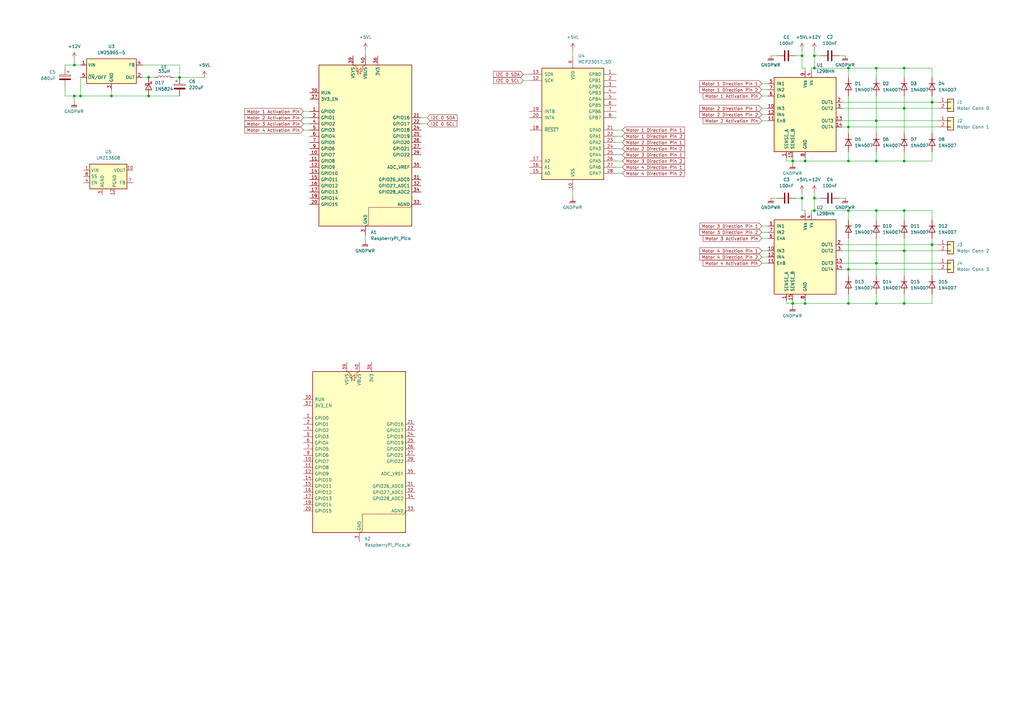
<source format=kicad_sch>
(kicad_sch (version 20250114) (generator "eeschema") (generator_version "9.0")
  (paper "A3")
  (lib_symbols
    (symbol "Connector_Generic:Conn_01x02" (pin_names (offset 1.016) (hide yes))
      (property "Reference" "J" (at 0 2.54 0))
      (property "Value" "Conn_01x02" (at 0 -5.08 0))
      (symbol "Conn_01x02_1_1"
        (rectangle (start -1.27 1.27) (end 1.27 -3.81) (stroke (width 0.254)) (fill (type background)))
        (rectangle (start -1.27 0.127) (end 0 -0.127) (stroke (width 0.1524)))
        (rectangle (start -1.27 -2.413) (end 0 -2.667) (stroke (width 0.1524)))
        (pin passive line (at -5.08 0 0) (length 3.81) (name "Pin_1") (number "1"))
        (pin passive line (at -5.08 -2.54 0) (length 3.81) (name "Pin_2") (number "2"))
      )
    )
    (symbol "Device:C" (pin_numbers (hide yes)) (pin_names (offset 0.254))
      (property "Reference" "C" (at 0.635 2.54 0))
      (property "Value" "C" (at 0.635 -2.54 0))
      (symbol "C_0_1"
        (polyline (pts (xy -2.032 0.762) (xy 2.032 0.762)) (stroke (width 0.508)))
        (polyline (pts (xy -2.032 -0.762) (xy 2.032 -0.762)) (stroke (width 0.508)))
      )
      (symbol "C_1_1"
        (pin passive line (at 0 3.81 270) (length 2.794) (name "~") (number "1"))
        (pin passive line (at 0 -3.81 90) (length 2.794) (name "~") (number "2"))
      )
    )
    (symbol "Device:C_Polarized" (pin_numbers (hide yes)) (pin_names (offset 0.254))
      (property "Reference" "C" (at 0.635 2.54 0))
      (property "Value" "C_Polarized" (at 0.635 -2.54 0))
      (symbol "C_Polarized_0_1"
        (rectangle (start -2.286 0.508) (end 2.286 1.016))
        (polyline (pts (xy -1.778 2.286) (xy -0.762 2.286)))
        (polyline (pts (xy -1.27 2.794) (xy -1.27 1.778)))
        (rectangle (start 2.286 -0.508) (end -2.286 -1.016) (fill (type outline)))
      )
      (symbol "C_Polarized_1_1"
        (pin passive line (at 0 3.81 270) (length 2.794) (name "~") (number "1"))
        (pin passive line (at 0 -3.81 90) (length 2.794) (name "~") (number "2"))
      )
    )
    (symbol "Device:L" (pin_numbers (hide yes)) (pin_names (offset 1.016) (hide yes))
      (property "Reference" "L" (at -1.27 0 90))
      (property "Value" "L" (at 1.905 0 90))
      (symbol "L_0_1"
        (arc (start 0 2.54) (mid 0.6323 1.905) (end 0 1.27))
        (arc (start 0 1.27) (mid 0.6323 0.635) (end 0 0))
        (arc (start 0 0) (mid 0.6323 -0.635) (end 0 -1.27))
        (arc (start 0 -1.27) (mid 0.6323 -1.905) (end 0 -2.54))
      )
      (symbol "L_1_1"
        (pin passive line (at 0 3.81 270) (length 1.27) (name "1") (number "1"))
        (pin passive line (at 0 -3.81 90) (length 1.27) (name "2") (number "2"))
      )
    )
    (symbol "Diode:1N4007" (pin_numbers (hide yes)) (pin_names (hide yes))
      (property "Reference" "D" (at 0 2.54 0))
      (property "Value" "1N4007" (at 0 -2.54 0))
      (symbol "1N4007_0_1"
        (polyline (pts (xy -1.27 1.27) (xy -1.27 -1.27)) (stroke (width 0.254)))
        (polyline (pts (xy 1.27 1.27) (xy 1.27 -1.27) (xy -1.27 0) (xy 1.27 1.27)) (stroke (width 0.254)))
        (polyline (pts (xy 1.27 0) (xy -1.27 0)))
      )
      (symbol "1N4007_1_1"
        (pin passive line (at -3.81 0 0) (length 2.54) (name "K") (number "1"))
        (pin passive line (at 3.81 0 180) (length 2.54) (name "A") (number "2"))
      )
    )
    (symbol "Diode:1N5822" (pin_numbers (hide yes)) (pin_names (offset 1.016) (hide yes))
      (property "Reference" "D" (at 0 2.54 0))
      (property "Value" "1N5822" (at 0 -2.54 0))
      (symbol "1N5822_0_1"
        (polyline (pts (xy -1.905 0.635) (xy -1.905 1.27) (xy -1.27 1.27) (xy -1.27 -1.27) (xy -0.635 -1.27) (xy -0.635 -0.635)) (stroke (width 0.254)))
        (polyline (pts (xy 1.27 1.27) (xy 1.27 -1.27) (xy -1.27 0) (xy 1.27 1.27)) (stroke (width 0.254)))
        (polyline (pts (xy 1.27 0) (xy -1.27 0)))
      )
      (symbol "1N5822_1_1"
        (pin passive line (at -3.81 0 0) (length 2.54) (name "K") (number "1"))
        (pin passive line (at 3.81 0 180) (length 2.54) (name "A") (number "2"))
      )
    )
    (symbol "Driver_Motor:L298HN" (pin_names (offset 1.016))
      (property "Reference" "U" (at -10.16 16.51 0))
      (property "Value" "L298HN" (at 12.7 16.51 0))
      (symbol "L298HN_0_1"
        (rectangle (start -12.7 15.24) (end 12.7 -15.24) (stroke (width 0.254)) (fill (type background)))
      )
      (symbol "L298HN_1_1"
        (pin input line (at -15.24 12.7 0) (length 2.54) (name "IN1") (number "5"))
        (pin input line (at -15.24 10.16 0) (length 2.54) (name "IN2") (number "7"))
        (pin input line (at -15.24 7.62 0) (length 2.54) (name "EnA") (number "6"))
        (pin input line (at -15.24 2.54 0) (length 2.54) (name "IN3") (number "10"))
        (pin input line (at -15.24 0 0) (length 2.54) (name "IN4") (number "12"))
        (pin input line (at -15.24 -2.54 0) (length 2.54) (name "EnB") (number "11"))
        (pin power_in line (at -7.62 -17.78 90) (length 2.54) (name "SENSE_A") (number "1"))
        (pin power_in line (at -5.08 -17.78 90) (length 2.54) (name "SENSE_B") (number "15"))
        (pin power_in line (at 0 17.78 270) (length 2.54) (name "Vss") (number "9"))
        (pin power_in line (at 0 -17.78 90) (length 2.54) (name "GND") (number "8"))
        (pin power_in line (at 2.54 17.78 270) (length 2.54) (name "Vs") (number "4"))
        (pin output line (at 15.24 5.08 180) (length 2.54) (name "OUT1") (number "2"))
        (pin output line (at 15.24 2.54 180) (length 2.54) (name "OUT2") (number "3"))
        (pin output line (at 15.24 -2.54 180) (length 2.54) (name "OUT3") (number "13"))
        (pin output line (at 15.24 -5.08 180) (length 2.54) (name "OUT4") (number "14"))
      )
    )
    (symbol "Interface_Expansion:MCP23017_SO" (pin_names (offset 1.016))
      (property "Reference" "U" (at -11.43 24.13 0))
      (property "Value" "MCP23017_SO" (at 0 0 0))
      (symbol "MCP23017_SO_0_1"
        (rectangle (start -12.7 22.86) (end 12.7 -22.86) (stroke (width 0.254)) (fill (type background)))
      )
      (symbol "MCP23017_SO_1_1"
        (pin bidirectional line (at -17.78 20.32 0) (length 5.08) (name "SDA") (number "13"))
        (pin input line (at -17.78 17.78 0) (length 5.08) (name "SCK") (number "12"))
        (pin tri_state line (at -17.78 5.08 0) (length 5.08) (name "INTB") (number "19"))
        (pin tri_state line (at -17.78 2.54 0) (length 5.08) (name "INTA") (number "20"))
        (pin input line (at -17.78 -2.54 0) (length 5.08) (name "~{RESET}") (number "18"))
        (pin input line (at -17.78 -15.24 0) (length 5.08) (name "A2") (number "17"))
        (pin input line (at -17.78 -17.78 0) (length 5.08) (name "A1") (number "16"))
        (pin input line (at -17.78 -20.32 0) (length 5.08) (name "A0") (number "15"))
        (pin no_connect line (at -12.7 15.24 0) (length 5.08) (hide yes) (name "NC") (number "11"))
        (pin no_connect line (at -12.7 12.7 0) (length 5.08) (hide yes) (name "NC") (number "14"))
        (pin power_in line (at 0 27.94 270) (length 5.08) (name "VDD") (number "9"))
        (pin power_in line (at 0 -27.94 90) (length 5.08) (name "VSS") (number "10"))
        (pin bidirectional line (at 17.78 20.32 180) (length 5.08) (name "GPB0") (number "1"))
        (pin bidirectional line (at 17.78 17.78 180) (length 5.08) (name "GPB1") (number "2"))
        (pin bidirectional line (at 17.78 15.24 180) (length 5.08) (name "GPB2") (number "3"))
        (pin bidirectional line (at 17.78 12.7 180) (length 5.08) (name "GPB3") (number "4"))
        (pin bidirectional line (at 17.78 10.16 180) (length 5.08) (name "GPB4") (number "5"))
        (pin bidirectional line (at 17.78 7.62 180) (length 5.08) (name "GPB5") (number "6"))
        (pin bidirectional line (at 17.78 5.08 180) (length 5.08) (name "GPB6") (number "7"))
        (pin output line (at 17.78 2.54 180) (length 5.08) (name "GPB7") (number "8"))
        (pin bidirectional line (at 17.78 -2.54 180) (length 5.08) (name "GPA0") (number "21"))
        (pin bidirectional line (at 17.78 -5.08 180) (length 5.08) (name "GPA1") (number "22"))
        (pin bidirectional line (at 17.78 -7.62 180) (length 5.08) (name "GPA2") (number "23"))
        (pin bidirectional line (at 17.78 -10.16 180) (length 5.08) (name "GPA3") (number "24"))
        (pin bidirectional line (at 17.78 -12.7 180) (length 5.08) (name "GPA4") (number "25"))
        (pin bidirectional line (at 17.78 -15.24 180) (length 5.08) (name "GPA5") (number "26"))
        (pin bidirectional line (at 17.78 -17.78 180) (length 5.08) (name "GPA6") (number "27"))
        (pin output line (at 17.78 -20.32 180) (length 5.08) (name "GPA7") (number "28"))
      )
    )
    (symbol "MCU_Module:RaspberryPi_Pico" (pin_names (offset 0.762))
      (property "Reference" "A" (at -19.05 35.56 0))
      (property "Value" "RaspberryPi_Pico" (at 7.62 35.56 0))
      (symbol "RaspberryPi_Pico_0_1"
        (rectangle (start -19.05 34.29) (end 19.05 -31.75) (stroke (width 0.254)) (fill (type background)))
        (polyline (pts (xy -5.08 34.29) (xy -3.81 33.655) (xy -3.81 31.75) (xy -3.175 31.75)))
        (polyline (pts (xy -3.429 32.766) (xy -3.429 33.02) (xy -3.175 33.02) (xy -3.175 30.48) (xy -2.921 30.48) (xy -2.921 30.734)))
        (polyline (pts (xy -3.175 31.75) (xy -1.905 33.02) (xy -1.905 30.48) (xy -3.175 31.75)))
        (polyline (pts (xy 0 34.29) (xy -1.27 33.655) (xy -1.27 31.75) (xy -1.905 31.75)))
        (polyline (pts (xy 0 -31.75) (xy 1.27 -31.115) (xy 1.27 -24.13) (xy 18.415 -24.13) (xy 19.05 -22.86)))
      )
      (symbol "RaspberryPi_Pico_1_1"
        (pin passive line (at -22.86 22.86 0) (length 3.81) (name "RUN") (number "30"))
        (pin passive line (at -22.86 20.32 0) (length 3.81) (name "3V3_EN") (number "37"))
        (pin bidirectional line (at -22.86 15.24 0) (length 3.81) (name "GPIO0") (number "1"))
        (pin bidirectional line (at -22.86 12.7 0) (length 3.81) (name "GPIO1") (number "2"))
        (pin bidirectional line (at -22.86 10.16 0) (length 3.81) (name "GPIO2") (number "4"))
        (pin bidirectional line (at -22.86 7.62 0) (length 3.81) (name "GPIO3") (number "5"))
        (pin bidirectional line (at -22.86 5.08 0) (length 3.81) (name "GPIO4") (number "6"))
        (pin bidirectional line (at -22.86 2.54 0) (length 3.81) (name "GPIO5") (number "7"))
        (pin bidirectional line (at -22.86 0 0) (length 3.81) (name "GPIO6") (number "9"))
        (pin bidirectional line (at -22.86 -2.54 0) (length 3.81) (name "GPIO7") (number "10"))
        (pin bidirectional line (at -22.86 -5.08 0) (length 3.81) (name "GPIO8") (number "11"))
        (pin bidirectional line (at -22.86 -7.62 0) (length 3.81) (name "GPIO9") (number "12"))
        (pin bidirectional line (at -22.86 -10.16 0) (length 3.81) (name "GPIO10") (number "14"))
        (pin bidirectional line (at -22.86 -12.7 0) (length 3.81) (name "GPIO11") (number "15"))
        (pin bidirectional line (at -22.86 -15.24 0) (length 3.81) (name "GPIO12") (number "16"))
        (pin bidirectional line (at -22.86 -17.78 0) (length 3.81) (name "GPIO13") (number "17"))
        (pin bidirectional line (at -22.86 -20.32 0) (length 3.81) (name "GPIO14") (number "19"))
        (pin bidirectional line (at -22.86 -22.86 0) (length 3.81) (name "GPIO15") (number "20"))
        (pin power_in line (at -5.08 38.1 270) (length 3.81) (name "VSYS") (number "39"))
        (pin power_out line (at 0 38.1 270) (length 3.81) (name "VBUS") (number "40"))
        (pin passive line (at 0 -35.56 90) (length 3.81) (hide yes) (name "GND") (number "13"))
        (pin passive line (at 0 -35.56 90) (length 3.81) (hide yes) (name "GND") (number "18"))
        (pin passive line (at 0 -35.56 90) (length 3.81) (hide yes) (name "GND") (number "23"))
        (pin passive line (at 0 -35.56 90) (length 3.81) (hide yes) (name "GND") (number "28"))
        (pin power_out line (at 0 -35.56 90) (length 3.81) (name "GND") (number "3"))
        (pin passive line (at 0 -35.56 90) (length 3.81) (hide yes) (name "GND") (number "38"))
        (pin passive line (at 0 -35.56 90) (length 3.81) (hide yes) (name "GND") (number "8"))
        (pin power_out line (at 5.08 38.1 270) (length 3.81) (name "3V3") (number "36"))
        (pin bidirectional line (at 22.86 12.7 180) (length 3.81) (name "GPIO16") (number "21"))
        (pin bidirectional line (at 22.86 10.16 180) (length 3.81) (name "GPIO17") (number "22"))
        (pin bidirectional line (at 22.86 7.62 180) (length 3.81) (name "GPIO18") (number "24"))
        (pin bidirectional line (at 22.86 5.08 180) (length 3.81) (name "GPIO19") (number "25"))
        (pin bidirectional line (at 22.86 2.54 180) (length 3.81) (name "GPIO20") (number "26"))
        (pin bidirectional line (at 22.86 0 180) (length 3.81) (name "GPIO21") (number "27"))
        (pin bidirectional line (at 22.86 -2.54 180) (length 3.81) (name "GPIO22") (number "29"))
        (pin power_in line (at 22.86 -7.62 180) (length 3.81) (name "ADC_VREF") (number "35"))
        (pin bidirectional line (at 22.86 -12.7 180) (length 3.81) (name "GPIO26_ADC0") (number "31"))
        (pin bidirectional line (at 22.86 -15.24 180) (length 3.81) (name "GPIO27_ADC1") (number "32"))
        (pin bidirectional line (at 22.86 -17.78 180) (length 3.81) (name "GPIO28_ADC2") (number "34"))
        (pin power_out line (at 22.86 -22.86 180) (length 3.81) (name "AGND") (number "33"))
      )
    )
    (symbol "MCU_Module:RaspberryPi_Pico_W" (pin_names (offset 0.762))
      (property "Reference" "A" (at -19.05 35.56 0))
      (property "Value" "RaspberryPi_Pico_W" (at 7.62 35.56 0))
      (symbol "RaspberryPi_Pico_W_0_1"
        (rectangle (start -19.05 34.29) (end 19.05 -31.75) (stroke (width 0.254)) (fill (type background)))
        (polyline (pts (xy -5.08 34.29) (xy -3.81 33.655) (xy -3.81 31.75) (xy -3.175 31.75)))
        (polyline (pts (xy -3.429 32.766) (xy -3.429 33.02) (xy -3.175 33.02) (xy -3.175 30.48) (xy -2.921 30.48) (xy -2.921 30.734)))
        (polyline (pts (xy -3.175 31.75) (xy -1.905 33.02) (xy -1.905 30.48) (xy -3.175 31.75)))
        (polyline (pts (xy 0 34.29) (xy -1.27 33.655) (xy -1.27 31.75) (xy -1.905 31.75)))
        (polyline (pts (xy 0 -31.75) (xy 1.27 -31.115) (xy 1.27 -24.13) (xy 18.415 -24.13) (xy 19.05 -22.86)))
      )
      (symbol "RaspberryPi_Pico_W_1_1"
        (pin passive line (at -22.86 22.86 0) (length 3.81) (name "RUN") (number "30"))
        (pin passive line (at -22.86 20.32 0) (length 3.81) (name "3V3_EN") (number "37"))
        (pin bidirectional line (at -22.86 15.24 0) (length 3.81) (name "GPIO0") (number "1"))
        (pin bidirectional line (at -22.86 12.7 0) (length 3.81) (name "GPIO1") (number "2"))
        (pin bidirectional line (at -22.86 10.16 0) (length 3.81) (name "GPIO2") (number "4"))
        (pin bidirectional line (at -22.86 7.62 0) (length 3.81) (name "GPIO3") (number "5"))
        (pin bidirectional line (at -22.86 5.08 0) (length 3.81) (name "GPIO4") (number "6"))
        (pin bidirectional line (at -22.86 2.54 0) (length 3.81) (name "GPIO5") (number "7"))
        (pin bidirectional line (at -22.86 0 0) (length 3.81) (name "GPIO6") (number "9"))
        (pin bidirectional line (at -22.86 -2.54 0) (length 3.81) (name "GPIO7") (number "10"))
        (pin bidirectional line (at -22.86 -5.08 0) (length 3.81) (name "GPIO8") (number "11"))
        (pin bidirectional line (at -22.86 -7.62 0) (length 3.81) (name "GPIO9") (number "12"))
        (pin bidirectional line (at -22.86 -10.16 0) (length 3.81) (name "GPIO10") (number "14"))
        (pin bidirectional line (at -22.86 -12.7 0) (length 3.81) (name "GPIO11") (number "15"))
        (pin bidirectional line (at -22.86 -15.24 0) (length 3.81) (name "GPIO12") (number "16"))
        (pin bidirectional line (at -22.86 -17.78 0) (length 3.81) (name "GPIO13") (number "17"))
        (pin bidirectional line (at -22.86 -20.32 0) (length 3.81) (name "GPIO14") (number "19"))
        (pin bidirectional line (at -22.86 -22.86 0) (length 3.81) (name "GPIO15") (number "20"))
        (pin power_in line (at -5.08 38.1 270) (length 3.81) (name "VSYS") (number "39"))
        (pin power_out line (at 0 38.1 270) (length 3.81) (name "VBUS") (number "40"))
        (pin passive line (at 0 -35.56 90) (length 3.81) (hide yes) (name "GND") (number "13"))
        (pin passive line (at 0 -35.56 90) (length 3.81) (hide yes) (name "GND") (number "18"))
        (pin passive line (at 0 -35.56 90) (length 3.81) (hide yes) (name "GND") (number "23"))
        (pin passive line (at 0 -35.56 90) (length 3.81) (hide yes) (name "GND") (number "28"))
        (pin power_out line (at 0 -35.56 90) (length 3.81) (name "GND") (number "3"))
        (pin passive line (at 0 -35.56 90) (length 3.81) (hide yes) (name "GND") (number "38"))
        (pin passive line (at 0 -35.56 90) (length 3.81) (hide yes) (name "GND") (number "8"))
        (pin power_out line (at 5.08 38.1 270) (length 3.81) (name "3V3") (number "36"))
        (pin bidirectional line (at 22.86 12.7 180) (length 3.81) (name "GPIO16") (number "21"))
        (pin bidirectional line (at 22.86 10.16 180) (length 3.81) (name "GPIO17") (number "22"))
        (pin bidirectional line (at 22.86 7.62 180) (length 3.81) (name "GPIO18") (number "24"))
        (pin bidirectional line (at 22.86 5.08 180) (length 3.81) (name "GPIO19") (number "25"))
        (pin bidirectional line (at 22.86 2.54 180) (length 3.81) (name "GPIO20") (number "26"))
        (pin bidirectional line (at 22.86 0 180) (length 3.81) (name "GPIO21") (number "27"))
        (pin bidirectional line (at 22.86 -2.54 180) (length 3.81) (name "GPIO22") (number "29"))
        (pin power_in line (at 22.86 -7.62 180) (length 3.81) (name "ADC_VREF") (number "35"))
        (pin bidirectional line (at 22.86 -12.7 180) (length 3.81) (name "GPIO26_ADC0") (number "31"))
        (pin bidirectional line (at 22.86 -15.24 180) (length 3.81) (name "GPIO27_ADC1") (number "32"))
        (pin bidirectional line (at 22.86 -17.78 180) (length 3.81) (name "GPIO28_ADC2") (number "34"))
        (pin power_out line (at 22.86 -22.86 180) (length 3.81) (name "AGND") (number "33"))
      )
    )
    (symbol "Regulator_Switching:LM2596S-5"
      (property "Reference" "U" (at -10.16 6.35 0))
      (property "Value" "LM2596S-5" (at 0 6.35 0))
      (symbol "LM2596S-5_0_1"
        (rectangle (start -10.16 5.08) (end 10.16 -5.08) (stroke (width 0.254)) (fill (type background)))
      )
      (symbol "LM2596S-5_1_1"
        (pin power_in line (at -12.7 2.54 0) (length 2.54) (name "VIN") (number "1"))
        (pin input line (at -12.7 -2.54 0) (length 2.54) (name "~{ON}/OFF") (number "5"))
        (pin power_in line (at 0 -7.62 90) (length 2.54) (name "GND") (number "3"))
        (pin input line (at 12.7 2.54 180) (length 2.54) (name "FB") (number "4"))
        (pin output line (at 12.7 -2.54 180) (length 2.54) (name "OUT") (number "2"))
      )
    )
    (symbol "Regulator_Switching:LMZ13608"
      (property "Reference" "U" (at -6.35 6.35 0))
      (property "Value" "LMZ13608" (at 2.54 6.35 0))
      (symbol "LMZ13608_0_1"
        (rectangle (start -7.62 5.08) (end 7.62 -5.08) (stroke (width 0.254)) (fill (type background)))
      )
      (symbol "LMZ13608_1_1"
        (pin power_in line (at -10.16 2.54 0) (length 2.54) (name "VIN") (number "1"))
        (pin passive line (at -10.16 2.54 0) (length 2.54) (hide yes) (name "VIN") (number "2"))
        (pin input line (at -10.16 0 0) (length 2.54) (name "SS") (number "8"))
        (pin input line (at -10.16 -2.54 0) (length 2.54) (name "EN") (number "4"))
        (pin passive line (at -2.54 -7.62 90) (length 2.54) (hide yes) (name "AGND") (number "3"))
        (pin power_in line (at -2.54 -7.62 90) (length 2.54) (name "AGND") (number "5"))
        (pin passive line (at -2.54 -7.62 90) (length 2.54) (hide yes) (name "AGND") (number "6"))
        (pin power_in line (at 2.54 -7.62 90) (length 2.54) (name "PGND") (number "12"))
        (pin no_connect line (at 7.62 0 180) (length 2.54) (hide yes) (name "NC") (number "9"))
        (pin power_out line (at 10.16 2.54 180) (length 2.54) (name "VOUT") (number "10"))
        (pin passive line (at 10.16 2.54 180) (length 2.54) (hide yes) (name "VOUT") (number "11"))
        (pin input line (at 10.16 -2.54 180) (length 2.54) (name "FB") (number "7"))
      )
    )
    (symbol "power:+12V" (power) (pin_numbers (hide yes)) (pin_names (offset 0) (hide yes))
      (property "Value" "+12V" (at 0 3.556 0))
      (symbol "+12V_0_1"
        (polyline (pts (xy -0.762 1.27) (xy 0 2.54)))
        (polyline (pts (xy 0 2.54) (xy 0.762 1.27)))
        (polyline (pts (xy 0 0) (xy 0 2.54)))
      )
      (symbol "+12V_1_1"
        (pin power_in line (at 0 0 90) (length 0) (name "~") (number "1"))
      )
    )
    (symbol "power:+5VL" (power) (pin_numbers (hide yes)) (pin_names (offset 0) (hide yes))
      (property "Value" "+5VL" (at 0 3.556 0))
      (symbol "+5VL_0_1"
        (polyline (pts (xy -0.762 1.27) (xy 0 2.54)))
        (polyline (pts (xy 0 2.54) (xy 0.762 1.27)))
        (polyline (pts (xy 0 0) (xy 0 2.54)))
      )
      (symbol "+5VL_1_1"
        (pin power_in line (at 0 0 90) (length 0) (name "~") (number "1"))
      )
    )
    (symbol "power:+5VP" (power) (pin_numbers (hide yes)) (pin_names (offset 0) (hide yes))
      (property "Value" "+5VP" (at 0 3.556 0))
      (symbol "+5VP_0_1"
        (polyline (pts (xy -0.762 1.27) (xy 0 2.54)))
        (polyline (pts (xy 0 2.54) (xy 0.762 1.27)))
        (polyline (pts (xy 0 0) (xy 0 2.54)))
      )
      (symbol "+5VP_1_1"
        (pin power_in line (at 0 0 90) (length 0) (name "~") (number "1"))
      )
    )
    (symbol "power:GNDPWR" (power) (pin_numbers (hide yes)) (pin_names (offset 0) (hide yes))
      (property "Value" "GNDPWR" (at 0 -3.302 0))
      (symbol "GNDPWR_0_1"
        (polyline (pts (xy -1.016 -1.27) (xy -1.27 -2.032) (xy -1.27 -2.032)) (stroke (width 0.2032)))
        (polyline (pts (xy -0.508 -1.27) (xy -0.762 -2.032) (xy -0.762 -2.032)) (stroke (width 0.2032)))
        (polyline (pts (xy 0 -1.27) (xy 0 0)))
        (polyline (pts (xy 0 -1.27) (xy -0.254 -2.032) (xy -0.254 -2.032)) (stroke (width 0.2032)))
        (polyline (pts (xy 0.508 -1.27) (xy 0.254 -2.032) (xy 0.254 -2.032)) (stroke (width 0.2032)))
        (polyline (pts (xy 1.016 -1.27) (xy -1.016 -1.27) (xy -1.016 -1.27)) (stroke (width 0.2032)))
        (polyline (pts (xy 1.016 -1.27) (xy 0.762 -2.032) (xy 0.762 -2.032) (xy 0.762 -2.032)) (stroke (width 0.2032)))
      )
      (symbol "GNDPWR_1_1"
        (pin power_in line (at 0 0 270) (length 0) (name "~") (number "1"))
      )
    )
  )
  (junction (at 30.48 26.67))
  (junction (at 334.01 86.36))
  (junction (at 33.02 39.37))
  (junction (at 370.84 44.45))
  (junction (at 359.41 27.94))
  (junction (at 370.84 66.04))
  (junction (at 328.93 81.28))
  (junction (at 370.84 124.46))
  (junction (at 73.66 31.75))
  (junction (at 382.27 100.33))
  (junction (at 325.12 66.04))
  (junction (at 359.41 49.53))
  (junction (at 60.96 31.75))
  (junction (at 347.98 27.94))
  (junction (at 330.2 66.04))
  (junction (at 334.01 22.86))
  (junction (at 45.72 39.37))
  (junction (at 347.98 52.07))
  (junction (at 334.01 81.28))
  (junction (at 359.41 124.46))
  (junction (at 347.98 110.49))
  (junction (at 359.41 107.95))
  (junction (at 334.01 27.94))
  (junction (at 347.98 66.04))
  (junction (at 347.98 86.36))
  (junction (at 347.98 124.46))
  (junction (at 370.84 86.36))
  (junction (at 359.41 66.04))
  (junction (at 382.27 41.91))
  (junction (at 325.12 124.46))
  (junction (at 370.84 102.87))
  (junction (at 330.2 124.46))
  (junction (at 370.84 27.94))
  (junction (at 60.96 39.37))
  (junction (at 30.48 39.37))
  (junction (at 328.93 22.86))
  (junction (at 359.41 86.36))
  (wire (pts (xy 347.98 66.04) (xy 359.41 66.04)))
  (wire (pts (xy 359.41 107.95) (xy 359.41 113.03)))
  (wire (pts (xy 370.84 62.23) (xy 370.84 66.04)))
  (wire (pts (xy 326.39 81.28) (xy 328.93 81.28)))
  (wire (pts (xy 332.74 86.36) (xy 334.01 86.36)))
  (wire (pts (xy 214.63 30.48) (xy 217.17 30.48)))
  (wire (pts (xy 312.42 49.53) (xy 314.96 49.53)))
  (wire (pts (xy 359.41 124.46) (xy 370.84 124.46)))
  (wire (pts (xy 255.27 63.5) (xy 252.73 63.5)))
  (wire (pts (xy 312.42 105.41) (xy 314.96 105.41)))
  (wire (pts (xy 316.23 22.86) (xy 318.77 22.86)))
  (wire (pts (xy 370.84 124.46) (xy 382.27 124.46)))
  (wire (pts (xy 370.84 66.04) (xy 382.27 66.04)))
  (wire (pts (xy 26.67 26.67) (xy 26.67 27.94)))
  (wire (pts (xy 359.41 62.23) (xy 359.41 66.04)))
  (wire (pts (xy 149.86 96.52) (xy 149.86 99.06)))
  (wire (pts (xy 325.12 64.77) (xy 325.12 66.04)))
  (wire (pts (xy 328.93 78.74) (xy 328.93 81.28)))
  (wire (pts (xy 345.44 110.49) (xy 347.98 110.49)))
  (wire (pts (xy 124.46 48.26) (xy 127 48.26)))
  (wire (pts (xy 359.41 66.04) (xy 370.84 66.04)))
  (wire (pts (xy 370.84 86.36) (xy 370.84 90.17)))
  (wire (pts (xy 26.67 35.56) (xy 26.67 39.37)))
  (wire (pts (xy 330.2 27.94) (xy 330.2 29.21)))
  (wire (pts (xy 255.27 66.04) (xy 252.73 66.04)))
  (wire (pts (xy 359.41 49.53) (xy 384.81 49.53)))
  (wire (pts (xy 334.01 86.36) (xy 347.98 86.36)))
  (wire (pts (xy 334.01 81.28) (xy 336.55 81.28)))
  (wire (pts (xy 322.58 123.19) (xy 322.58 124.46)))
  (wire (pts (xy 316.23 81.28) (xy 318.77 81.28)))
  (wire (pts (xy 330.2 86.36) (xy 328.93 86.36)))
  (wire (pts (xy 344.17 81.28) (xy 346.71 81.28)))
  (wire (pts (xy 382.27 120.65) (xy 382.27 124.46)))
  (wire (pts (xy 149.86 20.32) (xy 149.86 22.86)))
  (wire (pts (xy 370.84 27.94) (xy 370.84 31.75)))
  (wire (pts (xy 345.44 41.91) (xy 382.27 41.91)))
  (wire (pts (xy 58.42 31.75) (xy 60.96 31.75)))
  (wire (pts (xy 312.42 36.83) (xy 314.96 36.83)))
  (wire (pts (xy 345.44 102.87) (xy 370.84 102.87)))
  (wire (pts (xy 330.2 87.63) (xy 330.2 86.36)))
  (wire (pts (xy 347.98 39.37) (xy 347.98 52.07)))
  (wire (pts (xy 234.95 20.32) (xy 234.95 22.86)))
  (wire (pts (xy 312.42 97.79) (xy 314.96 97.79)))
  (wire (pts (xy 330.2 124.46) (xy 347.98 124.46)))
  (wire (pts (xy 334.01 22.86) (xy 334.01 27.94)))
  (wire (pts (xy 370.84 102.87) (xy 384.81 102.87)))
  (wire (pts (xy 359.41 107.95) (xy 384.81 107.95)))
  (wire (pts (xy 345.44 49.53) (xy 359.41 49.53)))
  (wire (pts (xy 58.42 26.67) (xy 73.66 26.67)))
  (wire (pts (xy 328.93 22.86) (xy 328.93 27.94)))
  (wire (pts (xy 255.27 68.58) (xy 252.73 68.58)))
  (wire (pts (xy 345.44 100.33) (xy 382.27 100.33)))
  (wire (pts (xy 347.98 97.79) (xy 347.98 110.49)))
  (wire (pts (xy 33.02 26.67) (xy 30.48 26.67)))
  (wire (pts (xy 325.12 124.46) (xy 325.12 125.73)))
  (wire (pts (xy 322.58 64.77) (xy 322.58 66.04)))
  (wire (pts (xy 334.01 20.32) (xy 334.01 22.86)))
  (wire (pts (xy 359.41 27.94) (xy 359.41 31.75)))
  (wire (pts (xy 359.41 90.17) (xy 359.41 86.36)))
  (wire (pts (xy 330.2 124.46) (xy 325.12 124.46)))
  (wire (pts (xy 382.27 100.33) (xy 382.27 113.03)))
  (wire (pts (xy 334.01 27.94) (xy 347.98 27.94)))
  (wire (pts (xy 255.27 58.42) (xy 252.73 58.42)))
  (wire (pts (xy 73.66 26.67) (xy 73.66 31.75)))
  (wire (pts (xy 370.84 44.45) (xy 384.81 44.45)))
  (wire (pts (xy 312.42 95.25) (xy 314.96 95.25)))
  (wire (pts (xy 382.27 100.33) (xy 384.81 100.33)))
  (wire (pts (xy 30.48 39.37) (xy 33.02 39.37)))
  (wire (pts (xy 73.66 31.75) (xy 83.82 31.75)))
  (wire (pts (xy 312.42 46.99) (xy 314.96 46.99)))
  (wire (pts (xy 370.84 44.45) (xy 370.84 54.61)))
  (wire (pts (xy 347.98 110.49) (xy 347.98 113.03)))
  (wire (pts (xy 382.27 31.75) (xy 382.27 27.94)))
  (wire (pts (xy 45.72 39.37) (xy 33.02 39.37)))
  (wire (pts (xy 382.27 86.36) (xy 370.84 86.36)))
  (wire (pts (xy 255.27 55.88) (xy 252.73 55.88)))
  (wire (pts (xy 255.27 53.34) (xy 252.73 53.34)))
  (wire (pts (xy 255.27 71.12) (xy 252.73 71.12)))
  (wire (pts (xy 60.96 39.37) (xy 73.66 39.37)))
  (wire (pts (xy 347.98 90.17) (xy 347.98 86.36)))
  (wire (pts (xy 234.95 78.74) (xy 234.95 81.28)))
  (wire (pts (xy 370.84 86.36) (xy 359.41 86.36)))
  (wire (pts (xy 347.98 27.94) (xy 359.41 27.94)))
  (wire (pts (xy 347.98 62.23) (xy 347.98 66.04)))
  (wire (pts (xy 359.41 86.36) (xy 347.98 86.36)))
  (wire (pts (xy 334.01 78.74) (xy 334.01 81.28)))
  (wire (pts (xy 359.41 39.37) (xy 359.41 49.53)))
  (wire (pts (xy 312.42 39.37) (xy 314.96 39.37)))
  (wire (pts (xy 312.42 44.45) (xy 314.96 44.45)))
  (wire (pts (xy 124.46 50.8) (xy 127 50.8)))
  (wire (pts (xy 359.41 120.65) (xy 359.41 124.46)))
  (wire (pts (xy 345.44 52.07) (xy 347.98 52.07)))
  (wire (pts (xy 382.27 97.79) (xy 382.27 100.33)))
  (wire (pts (xy 322.58 66.04) (xy 325.12 66.04)))
  (wire (pts (xy 328.93 27.94) (xy 330.2 27.94)))
  (wire (pts (xy 312.42 107.95) (xy 314.96 107.95)))
  (wire (pts (xy 334.01 81.28) (xy 334.01 86.36)))
  (wire (pts (xy 30.48 39.37) (xy 30.48 41.91)))
  (wire (pts (xy 33.02 31.75) (xy 33.02 39.37)))
  (wire (pts (xy 328.93 20.32) (xy 328.93 22.86)))
  (wire (pts (xy 359.41 27.94) (xy 370.84 27.94)))
  (wire (pts (xy 312.42 92.71) (xy 314.96 92.71)))
  (wire (pts (xy 60.96 31.75) (xy 63.5 31.75)))
  (wire (pts (xy 382.27 41.91) (xy 382.27 54.61)))
  (wire (pts (xy 334.01 27.94) (xy 332.74 27.94)))
  (wire (pts (xy 359.41 97.79) (xy 359.41 107.95)))
  (wire (pts (xy 370.84 97.79) (xy 370.84 102.87)))
  (wire (pts (xy 344.17 22.86) (xy 346.71 22.86)))
  (wire (pts (xy 370.84 120.65) (xy 370.84 124.46)))
  (wire (pts (xy 312.42 102.87) (xy 314.96 102.87)))
  (wire (pts (xy 345.44 44.45) (xy 370.84 44.45)))
  (wire (pts (xy 332.74 27.94) (xy 332.74 29.21)))
  (wire (pts (xy 45.72 39.37) (xy 45.72 36.83)))
  (wire (pts (xy 26.67 39.37) (xy 30.48 39.37)))
  (wire (pts (xy 370.84 102.87) (xy 370.84 113.03)))
  (wire (pts (xy 214.63 33.02) (xy 217.17 33.02)))
  (wire (pts (xy 382.27 90.17) (xy 382.27 86.36)))
  (wire (pts (xy 326.39 22.86) (xy 328.93 22.86)))
  (wire (pts (xy 332.74 87.63) (xy 332.74 86.36)))
  (wire (pts (xy 330.2 64.77) (xy 330.2 66.04)))
  (wire (pts (xy 328.93 81.28) (xy 328.93 86.36)))
  (wire (pts (xy 347.98 110.49) (xy 384.81 110.49)))
  (wire (pts (xy 347.98 52.07) (xy 347.98 54.61)))
  (wire (pts (xy 347.98 52.07) (xy 384.81 52.07)))
  (wire (pts (xy 325.12 66.04) (xy 330.2 66.04)))
  (wire (pts (xy 26.67 26.67) (xy 30.48 26.67)))
  (wire (pts (xy 325.12 66.04) (xy 325.12 67.31)))
  (wire (pts (xy 172.72 48.26) (xy 175.26 48.26)))
  (wire (pts (xy 172.72 50.8) (xy 175.26 50.8)))
  (wire (pts (xy 312.42 34.29) (xy 314.96 34.29)))
  (wire (pts (xy 124.46 53.34) (xy 127 53.34)))
  (wire (pts (xy 325.12 124.46) (xy 325.12 123.19)))
  (wire (pts (xy 382.27 62.23) (xy 382.27 66.04)))
  (wire (pts (xy 347.98 66.04) (xy 330.2 66.04)))
  (wire (pts (xy 382.27 39.37) (xy 382.27 41.91)))
  (wire (pts (xy 345.44 107.95) (xy 359.41 107.95)))
  (wire (pts (xy 382.27 41.91) (xy 384.81 41.91)))
  (wire (pts (xy 124.46 45.72) (xy 127 45.72)))
  (wire (pts (xy 255.27 60.96) (xy 252.73 60.96)))
  (wire (pts (xy 330.2 123.19) (xy 330.2 124.46)))
  (wire (pts (xy 30.48 26.67) (xy 30.48 24.13)))
  (wire (pts (xy 347.98 120.65) (xy 347.98 124.46)))
  (wire (pts (xy 347.98 27.94) (xy 347.98 31.75)))
  (wire (pts (xy 334.01 22.86) (xy 336.55 22.86)))
  (wire (pts (xy 45.72 39.37) (xy 60.96 39.37)))
  (wire (pts (xy 370.84 27.94) (xy 382.27 27.94)))
  (wire (pts (xy 347.98 124.46) (xy 359.41 124.46)))
  (wire (pts (xy 73.66 31.75) (xy 71.12 31.75)))
  (wire (pts (xy 370.84 39.37) (xy 370.84 44.45)))
  (wire (pts (xy 322.58 124.46) (xy 325.12 124.46)))
  (wire (pts (xy 359.41 49.53) (xy 359.41 54.61)))
  (global_label "Motor 4 Activation Pin" (shape input) (at 124.46 53.34 180) (property "Intersheetrefs" "${INTERSHEET_REFS}" (effects (hide yes))))
  (global_label "Motor 3 Activation Pin" (shape input) (at 124.46 50.8 180) (property "Intersheetrefs" "${INTERSHEET_REFS}" (effects (hide yes))))
  (global_label "Motor 1 Direction Pin 2" (shape input) (at 255.27 55.88 0) (property "Intersheetrefs" "${INTERSHEET_REFS}" (effects (hide yes))))
  (global_label "Motor 2 Activation Pin" (shape input) (at 312.42 49.53 180) (property "Intersheetrefs" "${INTERSHEET_REFS}" (effects (hide yes))))
  (global_label "I2C 0 SDA" (shape input) (at 214.63 30.48 180) (property "Intersheetrefs" "${INTERSHEET_REFS}" (effects (hide yes))))
  (global_label "Motor 3 Direction Pin 2" (shape input) (at 255.27 66.04 0) (property "Intersheetrefs" "${INTERSHEET_REFS}" (effects (hide yes))))
  (global_label "Motor 3 Activation Pin" (shape input) (at 312.42 97.79 180) (property "Intersheetrefs" "${INTERSHEET_REFS}" (effects (hide yes))))
  (global_label "Motor 1 Activation Pin" (shape input) (at 312.42 39.37 180) (property "Intersheetrefs" "${INTERSHEET_REFS}" (effects (hide yes))))
  (global_label "I2C 0 SCL" (shape input) (at 175.26 50.8 0) (property "Intersheetrefs" "${INTERSHEET_REFS}" (effects (hide yes))))
  (global_label "Motor 2 Direction Pin 1" (shape input) (at 312.42 44.45 180) (property "Intersheetrefs" "${INTERSHEET_REFS}" (effects (hide yes))))
  (global_label "Motor 3 Direction Pin 2" (shape input) (at 312.42 95.25 180) (property "Intersheetrefs" "${INTERSHEET_REFS}" (effects (hide yes))))
  (global_label "Motor 1 Activation Pin" (shape input) (at 124.46 45.72 180) (property "Intersheetrefs" "${INTERSHEET_REFS}" (effects (hide yes))))
  (global_label "Motor 1 Direction Pin 2" (shape input) (at 312.42 36.83 180) (property "Intersheetrefs" "${INTERSHEET_REFS}" (effects (hide yes))))
  (global_label "Motor 2 Direction Pin 2" (shape input) (at 312.42 46.99 180) (property "Intersheetrefs" "${INTERSHEET_REFS}" (effects (hide yes))))
  (global_label "Motor 4 Direction Pin 2" (shape input) (at 312.42 105.41 180) (property "Intersheetrefs" "${INTERSHEET_REFS}" (effects (hide yes))))
  (global_label "Motor 4 Activation Pin" (shape input) (at 312.42 107.95 180) (property "Intersheetrefs" "${INTERSHEET_REFS}" (effects (hide yes))))
  (global_label "Motor 4 Direction Pin 1" (shape input) (at 312.42 102.87 180) (property "Intersheetrefs" "${INTERSHEET_REFS}" (effects (hide yes))))
  (global_label "I2C 0 SCL" (shape input) (at 214.63 33.02 180) (property "Intersheetrefs" "${INTERSHEET_REFS}" (effects (hide yes))))
  (global_label "I2C 0 SDA" (shape input) (at 175.26 48.26 0) (property "Intersheetrefs" "${INTERSHEET_REFS}" (effects (hide yes))))
  (global_label "Motor 2 Activation Pin" (shape input) (at 124.46 48.26 180) (property "Intersheetrefs" "${INTERSHEET_REFS}" (effects (hide yes))))
  (global_label "Motor 4 Direction Pin 2" (shape input) (at 255.27 71.12 0) (property "Intersheetrefs" "${INTERSHEET_REFS}" (effects (hide yes))))
  (global_label "Motor 1 Direction Pin 1" (shape input) (at 312.42 34.29 180) (property "Intersheetrefs" "${INTERSHEET_REFS}" (effects (hide yes))))
  (global_label "Motor 3 Direction Pin 1" (shape input) (at 255.27 63.5 0) (property "Intersheetrefs" "${INTERSHEET_REFS}" (effects (hide yes))))
  (global_label "Motor 2 Direction Pin 1" (shape input) (at 255.27 58.42 0) (property "Intersheetrefs" "${INTERSHEET_REFS}" (effects (hide yes))))
  (global_label "Motor 2 Direction Pin 2" (shape input) (at 255.27 60.96 0) (property "Intersheetrefs" "${INTERSHEET_REFS}" (effects (hide yes))))
  (global_label "Motor 1 Direction Pin 1" (shape input) (at 255.27 53.34 0) (property "Intersheetrefs" "${INTERSHEET_REFS}" (effects (hide yes))))
  (global_label "Motor 3 Direction Pin 1" (shape input) (at 312.42 92.71 180) (property "Intersheetrefs" "${INTERSHEET_REFS}" (effects (hide yes))))
  (global_label "Motor 4 Direction Pin 1" (shape input) (at 255.27 68.58 0) (property "Intersheetrefs" "${INTERSHEET_REFS}" (effects (hide yes))))
  (symbol (lib_id "power:GNDPWR") (at 30.48 41.91 0) (unit 1)
    (property "Reference" "#PWR014" (effects (hide yes)))
    (property "Value" "GNDPWR" (at 30.353 45.72 0))
    (property "Description" "Power symbol creates a global label with name \"GNDPWR\" , global ground" (effects (hide yes)))
  )
  (symbol (lib_id "Connector_Generic:Conn_01x02") (at 389.89 41.91 0) (unit 1)
    (property "Reference" "J1" (at 392.43 41.9099 0) (effects (justify left)))
    (property "Value" "Motor Conn 0" (at 392.43 44.4499 0) (effects (justify left)))
    (property "Description" "Generic connector, single row, 01x02, script generated (kicad-library-utils/schlib/autogen/connector/)" (effects (hide yes)))
  )
  (symbol (lib_id "Diode:1N4007") (at 347.98 35.56 270) (unit 1)
    (property "Reference" "D1" (at 350.52 34.2899 90) (effects (justify left)))
    (property "Value" "1N4007" (at 350.52 36.8299 90) (effects (justify left)))
    (property "Footprint" "Diode_THT:D_DO-41_SOD81_P10.16mm_Horizontal" (effects (hide yes)))
    (property "Datasheet" "http://www.vishay.com/docs/88503/1n4001.pdf" (effects (hide yes)))
    (property "Description" "1000V 1A General Purpose Rectifier Diode, DO-41" (effects (hide yes)))
    (property "Sim.Device" "D" (effects (hide yes)))
    (property "Sim.Pins" "1=K 2=A" (effects (hide yes)))
  )
  (symbol (lib_id "Driver_Motor:L298HN") (at 330.2 46.99 0) (unit 1)
    (property "Reference" "U1" (at 334.8833 26.67 0) (effects (justify left)))
    (property "Value" "L298HN" (at 334.8833 29.21 0) (effects (justify left)))
    (property "Footprint" "Package_TO_SOT_THT:TO-220-15_P2.54x2.54mm_StaggerOdd_Lead5.84mm_TabDown" (effects (hide yes)))
    (property "Datasheet" "http://www.st.com/st-web-ui/static/active/en/resource/technical/document/datasheet/CD00000240.pdf" (effects (hide yes)))
    (property "Description" "Dual full bridge motor driver, up to 46V, 4A, Multiwatt15-H" (effects (hide yes)))
  )
  (symbol (lib_id "Diode:1N4007") (at 347.98 116.84 270) (unit 1)
    (property "Reference" "D13" (at 350.52 115.5699 90) (effects (justify left)))
    (property "Value" "1N4007" (at 350.52 118.1099 90) (effects (justify left)))
    (property "Footprint" "Diode_THT:D_DO-41_SOD81_P10.16mm_Horizontal" (effects (hide yes)))
    (property "Datasheet" "http://www.vishay.com/docs/88503/1n4001.pdf" (effects (hide yes)))
    (property "Description" "1000V 1A General Purpose Rectifier Diode, DO-41" (effects (hide yes)))
    (property "Sim.Device" "D" (effects (hide yes)))
    (property "Sim.Pins" "1=K 2=A" (effects (hide yes)))
  )
  (symbol (lib_id "power:+12V") (at 334.01 20.32 0) (unit 1)
    (property "Reference" "#PWR04" (effects (hide yes)))
    (property "Value" "+12V" (at 334.01 15.24 0))
    (property "Description" "Power symbol creates a global label with name \"+12V\"" (effects (hide yes)))
  )
  (symbol (lib_id "power:GNDPWR") (at 346.71 81.28 0) (unit 1)
    (property "Reference" "#PWR010" (effects (hide yes)))
    (property "Value" "GNDPWR" (at 346.583 85.09 0))
    (property "Description" "Power symbol creates a global label with name \"GNDPWR\" , global ground" (effects (hide yes)))
  )
  (symbol (lib_id "power:GNDPWR") (at 316.23 22.86 0) (unit 1)
    (property "Reference" "#PWR08" (effects (hide yes)))
    (property "Value" "GNDPWR" (at 316.103 26.67 0))
    (property "Description" "Power symbol creates a global label with name \"GNDPWR\" , global ground" (effects (hide yes)))
  )
  (symbol (lib_id "Connector_Generic:Conn_01x02") (at 389.89 100.33 0) (unit 1)
    (property "Reference" "J3" (at 392.43 100.3299 0) (effects (justify left)))
    (property "Value" "Motor Conn 2" (at 392.43 102.8699 0) (effects (justify left)))
    (property "Description" "Generic connector, single row, 01x02, script generated (kicad-library-utils/schlib/autogen/connector/)" (effects (hide yes)))
  )
  (symbol (lib_id "Diode:1N4007") (at 359.41 58.42 270) (unit 1)
    (property "Reference" "D6" (at 361.95 57.1499 90) (effects (justify left)))
    (property "Value" "1N4007" (at 361.95 59.6899 90) (effects (justify left)))
    (property "Footprint" "Diode_THT:D_DO-41_SOD81_P10.16mm_Horizontal" (effects (hide yes)))
    (property "Datasheet" "http://www.vishay.com/docs/88503/1n4001.pdf" (effects (hide yes)))
    (property "Description" "1000V 1A General Purpose Rectifier Diode, DO-41" (effects (hide yes)))
    (property "Sim.Device" "D" (effects (hide yes)))
    (property "Sim.Pins" "1=K 2=A" (effects (hide yes)))
  )
  (symbol (lib_id "Regulator_Switching:LM2596S-5") (at 45.72 29.21 0) (unit 1)
    (property "Reference" "U3" (at 45.72 19.05 0))
    (property "Value" "LM2596S-5" (at 45.72 21.59 0))
    (property "Footprint" "Package_TO_SOT_SMD:TO-263-5_TabPin3" (effects (hide yes)))
    (property "Datasheet" "http://www.ti.com/lit/ds/symlink/lm2596.pdf" (effects (hide yes)))
    (property "Description" "5V 3A Step-Down Voltage Regulator, TO-263" (effects (hide yes)))
  )
  (symbol (lib_id "Diode:1N4007") (at 382.27 116.84 270) (unit 1)
    (property "Reference" "D16" (at 384.81 115.5699 90) (effects (justify left)))
    (property "Value" "1N4007" (at 384.81 118.1099 90) (effects (justify left)))
    (property "Footprint" "Diode_THT:D_DO-41_SOD81_P10.16mm_Horizontal" (effects (hide yes)))
    (property "Datasheet" "http://www.vishay.com/docs/88503/1n4001.pdf" (effects (hide yes)))
    (property "Description" "1000V 1A General Purpose Rectifier Diode, DO-41" (effects (hide yes)))
    (property "Sim.Device" "D" (effects (hide yes)))
    (property "Sim.Pins" "1=K 2=A" (effects (hide yes)))
  )
  (symbol (lib_id "power:GNDPWR") (at 234.95 81.28 0) (unit 1)
    (property "Reference" "#PWR017" (effects (hide yes)))
    (property "Value" "GNDPWR" (at 234.823 85.09 0))
    (property "Description" "Power symbol creates a global label with name \"GNDPWR\" , global ground" (effects (hide yes)))
  )
  (symbol (lib_id "power:+5VP") (at 83.82 31.75 0) (unit 1)
    (property "Reference" "#PWR011" (effects (hide yes)))
    (property "Value" "+5VL" (at 83.82 26.67 0))
    (property "Description" "Power symbol creates a global label with name \"+5VP\"" (effects (hide yes)))
  )
  (symbol (lib_id "Regulator_Switching:LMZ13608") (at 44.45 72.39 0) (unit 1)
    (property "Reference" "U5" (at 44.45 62.23 0))
    (property "Value" "LMZ13608" (at 44.45 64.77 0))
    (property "Footprint" "Package_TO_SOT_SMD:Texas_NDY0011A" (effects (hide yes)))
    (property "Datasheet" "http://www.ti.com/lit/ds/snvs710i/snvs710i.pdf" (effects (hide yes)))
    (property "Description" "8A Adjustable Step-Down DC/DC Power Module in 15x15mm, Texas NDY0011A" (effects (hide yes)))
  )
  (symbol (lib_id "Diode:1N5822") (at 60.96 35.56 270) (unit 1)
    (property "Reference" "D17" (at 63.5 33.9724 90) (effects (justify left)))
    (property "Value" "1N5824" (at 63.5 36.5124 90) (effects (justify left)))
    (property "Footprint" "Diode_THT:D_DO-201AD_P15.24mm_Horizontal" (effects (hide yes)))
    (property "Datasheet" "http://www.vishay.com/docs/88526/1n5820.pdf" (effects (hide yes)))
    (property "Description" "40V 3A Schottky Barrier Rectifier Diode, DO-201AD" (effects (hide yes)))
  )
  (symbol (lib_id "Device:C_Polarized") (at 26.67 31.75 0) (mirror y) (unit 1)
    (property "Reference" "C5" (at 22.86 29.5909 0) (effects (justify left)))
    (property "Value" "680uF" (at 22.86 32.1309 0) (effects (justify left)))
    (property "Description" "Polarized capacitor" (effects (hide yes)))
  )
  (symbol (lib_id "Device:C_Polarized") (at 73.66 35.56 0) (unit 1)
    (property "Reference" "C6" (at 77.47 33.4009 0) (effects (justify left)))
    (property "Value" "220uF" (at 77.47 35.9409 0) (effects (justify left)))
    (property "Description" "Polarized capacitor" (effects (hide yes)))
  )
  (symbol (lib_id "power:GNDPWR") (at 149.86 99.06 0) (unit 1)
    (property "Reference" "#PWR012" (effects (hide yes)))
    (property "Value" "GNDPWR" (at 149.733 102.87 0))
    (property "Description" "Power symbol creates a global label with name \"GNDPWR\" , global ground" (effects (hide yes)))
  )
  (symbol (lib_id "Diode:1N4007") (at 347.98 93.98 270) (unit 1)
    (property "Reference" "D9" (at 350.52 92.7099 90) (effects (justify left)))
    (property "Value" "1N4007" (at 350.52 95.2499 90) (effects (justify left)))
    (property "Footprint" "Diode_THT:D_DO-41_SOD81_P10.16mm_Horizontal" (effects (hide yes)))
    (property "Datasheet" "http://www.vishay.com/docs/88503/1n4001.pdf" (effects (hide yes)))
    (property "Description" "1000V 1A General Purpose Rectifier Diode, DO-41" (effects (hide yes)))
    (property "Sim.Device" "D" (effects (hide yes)))
    (property "Sim.Pins" "1=K 2=A" (effects (hide yes)))
  )
  (symbol (lib_id "Diode:1N4007") (at 347.98 58.42 270) (unit 1)
    (property "Reference" "D5" (at 350.52 57.1499 90) (effects (justify left)))
    (property "Value" "1N4007" (at 350.52 59.6899 90) (effects (justify left)))
    (property "Footprint" "Diode_THT:D_DO-41_SOD81_P10.16mm_Horizontal" (effects (hide yes)))
    (property "Datasheet" "http://www.vishay.com/docs/88503/1n4001.pdf" (effects (hide yes)))
    (property "Description" "1000V 1A General Purpose Rectifier Diode, DO-41" (effects (hide yes)))
    (property "Sim.Device" "D" (effects (hide yes)))
    (property "Sim.Pins" "1=K 2=A" (effects (hide yes)))
  )
  (symbol (lib_id "Diode:1N4007") (at 359.41 93.98 270) (unit 1)
    (property "Reference" "D10" (at 361.95 92.7099 90) (effects (justify left)))
    (property "Value" "1N4007" (at 361.95 95.2499 90) (effects (justify left)))
    (property "Footprint" "Diode_THT:D_DO-41_SOD81_P10.16mm_Horizontal" (effects (hide yes)))
    (property "Datasheet" "http://www.vishay.com/docs/88503/1n4001.pdf" (effects (hide yes)))
    (property "Description" "1000V 1A General Purpose Rectifier Diode, DO-41" (effects (hide yes)))
    (property "Sim.Device" "D" (effects (hide yes)))
    (property "Sim.Pins" "1=K 2=A" (effects (hide yes)))
  )
  (symbol (lib_id "Diode:1N4007") (at 359.41 35.56 270) (unit 1)
    (property "Reference" "D2" (at 361.95 34.2899 90) (effects (justify left)))
    (property "Value" "1N4007" (at 361.95 36.8299 90) (effects (justify left)))
    (property "Footprint" "Diode_THT:D_DO-41_SOD81_P10.16mm_Horizontal" (effects (hide yes)))
    (property "Datasheet" "http://www.vishay.com/docs/88503/1n4001.pdf" (effects (hide yes)))
    (property "Description" "1000V 1A General Purpose Rectifier Diode, DO-41" (effects (hide yes)))
    (property "Sim.Device" "D" (effects (hide yes)))
    (property "Sim.Pins" "1=K 2=A" (effects (hide yes)))
  )
  (symbol (lib_id "Diode:1N4007") (at 359.41 116.84 270) (unit 1)
    (property "Reference" "D14" (at 361.95 115.5699 90) (effects (justify left)))
    (property "Value" "1N4007" (at 361.95 118.1099 90) (effects (justify left)))
    (property "Footprint" "Diode_THT:D_DO-41_SOD81_P10.16mm_Horizontal" (effects (hide yes)))
    (property "Datasheet" "http://www.vishay.com/docs/88503/1n4001.pdf" (effects (hide yes)))
    (property "Description" "1000V 1A General Purpose Rectifier Diode, DO-41" (effects (hide yes)))
    (property "Sim.Device" "D" (effects (hide yes)))
    (property "Sim.Pins" "1=K 2=A" (effects (hide yes)))
  )
  (symbol (lib_id "Interface_Expansion:MCP23017_SO") (at 234.95 50.8 0) (unit 1)
    (property "Reference" "U4" (at 237.0933 22.86 0) (effects (justify left)))
    (property "Value" "MCP23017_SO" (at 237.0933 25.4 0) (effects (justify left)))
    (property "Footprint" "Package_SO:SOIC-28W_7.5x17.9mm_P1.27mm" (effects (hide yes)))
    (property "Datasheet" "https://ww1.microchip.com/downloads/aemDocuments/documents/APID/ProductDocuments/DataSheets/MCP23017-Data-Sheet-DS20001952.pdf" (effects (hide yes)))
    (property "Description" "16-bit I/O expander, I2C, interrupts, w pull-ups, GPA/B7 output only (https://microchip.my.site.com/s/article/GPA7---GPB7-Cannot-Be-Used-as-Inputs-In-MCP23017),  SOIC-28" (effects (hide yes)))
  )
  (symbol (lib_id "Diode:1N4007") (at 370.84 116.84 270) (unit 1)
    (property "Reference" "D15" (at 373.38 115.5699 90) (effects (justify left)))
    (property "Value" "1N4007" (at 373.38 118.1099 90) (effects (justify left)))
    (property "Footprint" "Diode_THT:D_DO-41_SOD81_P10.16mm_Horizontal" (effects (hide yes)))
    (property "Datasheet" "http://www.vishay.com/docs/88503/1n4001.pdf" (effects (hide yes)))
    (property "Description" "1000V 1A General Purpose Rectifier Diode, DO-41" (effects (hide yes)))
    (property "Sim.Device" "D" (effects (hide yes)))
    (property "Sim.Pins" "1=K 2=A" (effects (hide yes)))
  )
  (symbol (lib_id "power:GNDPWR") (at 325.12 67.31 0) (unit 1)
    (property "Reference" "#PWR02" (effects (hide yes)))
    (property "Value" "GNDPWR" (at 324.993 71.12 0))
    (property "Description" "Power symbol creates a global label with name \"GNDPWR\" , global ground" (effects (hide yes)))
  )
  (symbol (lib_id "power:+12V") (at 30.48 24.13 0) (unit 1)
    (property "Reference" "#PWR013" (effects (hide yes)))
    (property "Value" "+12V" (at 30.48 19.05 0))
    (property "Description" "Power symbol creates a global label with name \"+12V\"" (effects (hide yes)))
  )
  (symbol (lib_id "power:+5VL") (at 328.93 20.32 0) (unit 1)
    (property "Reference" "#PWR015" (effects (hide yes)))
    (property "Value" "+5VL" (at 328.93 15.24 0))
    (property "Description" "Power symbol creates a global label with name \"+5VL\"" (effects (hide yes)))
  )
  (symbol (lib_id "power:GNDPWR") (at 346.71 22.86 0) (unit 1)
    (property "Reference" "#PWR07" (effects (hide yes)))
    (property "Value" "GNDPWR" (at 346.583 26.67 0))
    (property "Description" "Power symbol creates a global label with name \"GNDPWR\" , global ground" (effects (hide yes)))
  )
  (symbol (lib_id "Driver_Motor:L298HN") (at 330.2 105.41 0) (unit 1)
    (property "Reference" "U2" (at 334.8833 85.09 0) (effects (justify left)))
    (property "Value" "L298HN" (at 334.8833 87.63 0) (effects (justify left)))
    (property "Footprint" "Package_TO_SOT_THT:TO-220-15_P2.54x2.54mm_StaggerOdd_Lead5.84mm_TabDown" (effects (hide yes)))
    (property "Datasheet" "http://www.st.com/st-web-ui/static/active/en/resource/technical/document/datasheet/CD00000240.pdf" (effects (hide yes)))
    (property "Description" "Dual full bridge motor driver, up to 46V, 4A, Multiwatt15-H" (effects (hide yes)))
  )
  (symbol (lib_id "Connector_Generic:Conn_01x02") (at 389.89 49.53 0) (unit 1)
    (property "Reference" "J2" (at 392.43 49.5299 0) (effects (justify left)))
    (property "Value" "Motor Conn 1" (at 392.43 52.0699 0) (effects (justify left)))
    (property "Description" "Generic connector, single row, 01x02, script generated (kicad-library-utils/schlib/autogen/connector/)" (effects (hide yes)))
  )
  (symbol (lib_id "Diode:1N4007") (at 382.27 93.98 270) (unit 1)
    (property "Reference" "D12" (at 384.81 92.7099 90) (effects (justify left)))
    (property "Value" "1N4007" (at 384.81 95.2499 90) (effects (justify left)))
    (property "Footprint" "Diode_THT:D_DO-41_SOD81_P10.16mm_Horizontal" (effects (hide yes)))
    (property "Datasheet" "http://www.vishay.com/docs/88503/1n4001.pdf" (effects (hide yes)))
    (property "Description" "1000V 1A General Purpose Rectifier Diode, DO-41" (effects (hide yes)))
    (property "Sim.Device" "D" (effects (hide yes)))
    (property "Sim.Pins" "1=K 2=A" (effects (hide yes)))
  )
  (symbol (lib_id "Diode:1N4007") (at 370.84 93.98 270) (unit 1)
    (property "Reference" "D11" (at 373.38 92.7099 90) (effects (justify left)))
    (property "Value" "1N4007" (at 373.38 95.2499 90) (effects (justify left)))
    (property "Footprint" "Diode_THT:D_DO-41_SOD81_P10.16mm_Horizontal" (effects (hide yes)))
    (property "Datasheet" "http://www.vishay.com/docs/88503/1n4001.pdf" (effects (hide yes)))
    (property "Description" "1000V 1A General Purpose Rectifier Diode, DO-41" (effects (hide yes)))
    (property "Sim.Device" "D" (effects (hide yes)))
    (property "Sim.Pins" "1=K 2=A" (effects (hide yes)))
  )
  (symbol (lib_id "power:GNDPWR") (at 316.23 81.28 0) (unit 1)
    (property "Reference" "#PWR09" (effects (hide yes)))
    (property "Value" "GNDPWR" (at 316.103 85.09 0))
    (property "Description" "Power symbol creates a global label with name \"GNDPWR\" , global ground" (effects (hide yes)))
  )
  (symbol (lib_id "power:+5VL") (at 328.93 78.74 0) (unit 1)
    (property "Reference" "#PWR03" (effects (hide yes)))
    (property "Value" "+5VL" (at 328.93 73.66 0))
    (property "Description" "Power symbol creates a global label with name \"+5VL\"" (effects (hide yes)))
  )
  (symbol (lib_id "Device:C") (at 340.36 22.86 270) (unit 1)
    (property "Reference" "C2" (at 340.36 15.24 90))
    (property "Value" "100nF" (at 340.36 17.78 90))
    (property "Description" "Unpolarized capacitor" (effects (hide yes)))
  )
  (symbol (lib_id "Connector_Generic:Conn_01x02") (at 389.89 107.95 0) (unit 1)
    (property "Reference" "J4" (at 392.43 107.9499 0) (effects (justify left)))
    (property "Value" "Motor Conn 3" (at 392.43 110.4899 0) (effects (justify left)))
    (property "Description" "Generic connector, single row, 01x02, script generated (kicad-library-utils/schlib/autogen/connector/)" (effects (hide yes)))
  )
  (symbol (lib_id "power:+12V") (at 334.01 78.74 0) (unit 1)
    (property "Reference" "#PWR06" (effects (hide yes)))
    (property "Value" "+12V" (at 334.01 73.66 0))
    (property "Description" "Power symbol creates a global label with name \"+12V\"" (effects (hide yes)))
  )
  (symbol (lib_id "Device:C") (at 322.58 22.86 270) (unit 1)
    (property "Reference" "C1" (at 322.58 15.24 90))
    (property "Value" "100nF" (at 322.58 17.78 90))
    (property "Description" "Unpolarized capacitor" (effects (hide yes)))
  )
  (symbol (lib_id "Diode:1N4007") (at 370.84 35.56 270) (unit 1)
    (property "Reference" "D3" (at 373.38 34.2899 90) (effects (justify left)))
    (property "Value" "1N4007" (at 373.38 36.8299 90) (effects (justify left)))
    (property "Footprint" "Diode_THT:D_DO-41_SOD81_P10.16mm_Horizontal" (effects (hide yes)))
    (property "Datasheet" "http://www.vishay.com/docs/88503/1n4001.pdf" (effects (hide yes)))
    (property "Description" "1000V 1A General Purpose Rectifier Diode, DO-41" (effects (hide yes)))
    (property "Sim.Device" "D" (effects (hide yes)))
    (property "Sim.Pins" "1=K 2=A" (effects (hide yes)))
  )
  (symbol (lib_id "Diode:1N4007") (at 370.84 58.42 270) (unit 1)
    (property "Reference" "D7" (at 373.38 57.1499 90) (effects (justify left)))
    (property "Value" "1N4007" (at 373.38 59.6899 90) (effects (justify left)))
    (property "Footprint" "Diode_THT:D_DO-41_SOD81_P10.16mm_Horizontal" (effects (hide yes)))
    (property "Datasheet" "http://www.vishay.com/docs/88503/1n4001.pdf" (effects (hide yes)))
    (property "Description" "1000V 1A General Purpose Rectifier Diode, DO-41" (effects (hide yes)))
    (property "Sim.Device" "D" (effects (hide yes)))
    (property "Sim.Pins" "1=K 2=A" (effects (hide yes)))
  )
  (symbol (lib_id "MCU_Module:RaspberryPi_Pico_W") (at 147.32 186.69 0) (unit 1)
    (property "Reference" "A2" (at 149.4633 220.98 0) (effects (justify left)))
    (property "Value" "RaspberryPi_Pico_W" (at 149.4633 223.52 0) (effects (justify left)))
    (property "Footprint" "Module:RaspberryPi_Pico_W_SMD_HandSolder" (effects (hide yes)))
    (property "Datasheet" "https://datasheets.raspberrypi.com/picow/pico-w-datasheet.pdf" (effects (hide yes)))
    (property "Description" "Versatile and inexpensive wireless microcontroller module powered by RP2040 dual-core Arm Cortex-M0+ processor up to 133 MHz, 264kB SRAM, 2MB QSPI flash, Infineon CYW43439 2.4GHz 802.11n wireless LAN; also supports Raspberry Pi Pico 2 W" (effects (hide yes)))
  )
  (symbol (lib_id "Device:L") (at 67.31 31.75 90) (unit 1)
    (property "Reference" "L1" (at 67.31 26.67 90) (effects (justify bottom)))
    (property "Value" "33uH" (at 67.31 29.21 90))
    (property "Description" "Inductor" (effects (hide yes)))
  )
  (symbol (lib_id "Diode:1N4007") (at 382.27 58.42 270) (unit 1)
    (property "Reference" "D8" (at 384.81 57.1499 90) (effects (justify left)))
    (property "Value" "1N4007" (at 384.81 59.6899 90) (effects (justify left)))
    (property "Footprint" "Diode_THT:D_DO-41_SOD81_P10.16mm_Horizontal" (effects (hide yes)))
    (property "Datasheet" "http://www.vishay.com/docs/88503/1n4001.pdf" (effects (hide yes)))
    (property "Description" "1000V 1A General Purpose Rectifier Diode, DO-41" (effects (hide yes)))
    (property "Sim.Device" "D" (effects (hide yes)))
    (property "Sim.Pins" "1=K 2=A" (effects (hide yes)))
  )
  (symbol (lib_id "power:+5VL") (at 234.95 20.32 0) (unit 1)
    (property "Reference" "#PWR016" (effects (hide yes)))
    (property "Value" "+5VL" (at 234.95 15.24 0))
    (property "Description" "Power symbol creates a global label with name \"+5VL\"" (effects (hide yes)))
  )
  (symbol (lib_id "power:+5VL") (at 149.86 20.32 0) (unit 1)
    (property "Reference" "#PWR05" (effects (hide yes)))
    (property "Value" "+5VL" (at 149.86 15.24 0))
    (property "Description" "Power symbol creates a global label with name \"+5VL\"" (effects (hide yes)))
  )
  (symbol (lib_id "Device:C") (at 340.36 81.28 90) (unit 1)
    (property "Reference" "C4" (at 340.36 73.66 90))
    (property "Value" "100nF" (at 340.36 76.2 90))
    (property "Description" "Unpolarized capacitor" (effects (hide yes)))
  )
  (symbol (lib_id "Device:C") (at 322.58 81.28 90) (unit 1)
    (property "Reference" "C3" (at 322.58 73.66 90))
    (property "Value" "100nF" (at 322.58 76.2 90))
    (property "Description" "Unpolarized capacitor" (effects (hide yes)))
  )
  (symbol (lib_id "MCU_Module:RaspberryPi_Pico") (at 149.86 60.96 0) (unit 1)
    (property "Reference" "A1" (at 152.0033 95.25 0) (effects (justify left)))
    (property "Value" "RaspberryPi_Pico" (at 152.0033 97.79 0) (effects (justify left)))
    (property "Footprint" "Module:RaspberryPi_Pico_Common_Unspecified" (effects (hide yes)))
    (property "Datasheet" "https://datasheets.raspberrypi.com/pico/pico-datasheet.pdf" (effects (hide yes)))
    (property "Description" "Versatile and inexpensive microcontroller module powered by RP2040 dual-core Arm Cortex-M0+ processor up to 133 MHz, 264kB SRAM, 2MB QSPI flash; also supports Raspberry Pi Pico 2" (effects (hide yes)))
  )
  (symbol (lib_id "Diode:1N4007") (at 382.27 35.56 270) (unit 1)
    (property "Reference" "D4" (at 384.81 34.2899 90) (effects (justify left)))
    (property "Value" "1N4007" (at 384.81 36.8299 90) (effects (justify left)))
    (property "Footprint" "Diode_THT:D_DO-41_SOD81_P10.16mm_Horizontal" (effects (hide yes)))
    (property "Datasheet" "http://www.vishay.com/docs/88503/1n4001.pdf" (effects (hide yes)))
    (property "Description" "1000V 1A General Purpose Rectifier Diode, DO-41" (effects (hide yes)))
    (property "Sim.Device" "D" (effects (hide yes)))
    (property "Sim.Pins" "1=K 2=A" (effects (hide yes)))
  )
  (symbol (lib_id "power:GNDPWR") (at 325.12 125.73 0) (unit 1)
    (property "Reference" "#PWR01" (effects (hide yes)))
    (property "Value" "GNDPWR" (at 324.993 129.54 0))
    (property "Description" "Power symbol creates a global label with name \"GNDPWR\" , global ground" (effects (hide yes)))
  )
)
</source>
